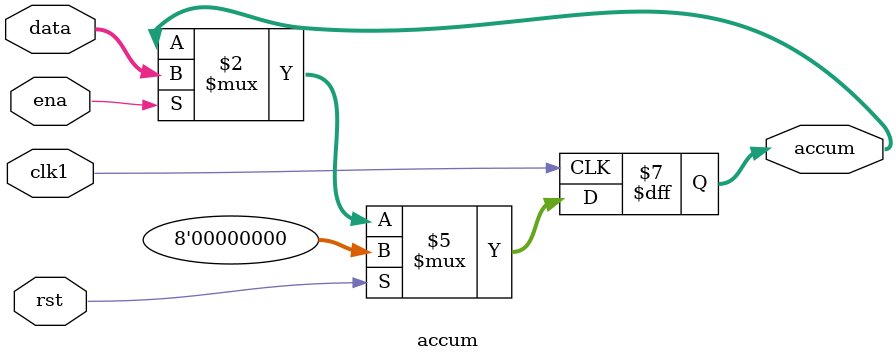
<source format=v>
module accum( accum, data, ena, clk1, rst);
output[7:0]accum;
input[7:0]data;
input ena,clk1,rst;
reg[7:0]accum;

always@(posedge clk1)
begin
if(rst)
accum<=8'b0000_0000;		//Reset
else
if(ena)		//?CPU???????load_acc??
accum<=data;		//Accumulate
	end

endmodule

</source>
